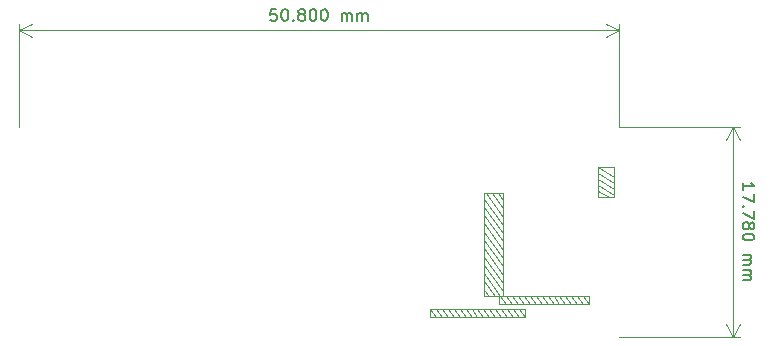
<source format=gbr>
G04 #@! TF.GenerationSoftware,KiCad,Pcbnew,(5.1.4)-1*
G04 #@! TF.CreationDate,2019-12-01T21:56:44-05:00*
G04 #@! TF.ProjectId,Feather-weather-station,46656174-6865-4722-9d77-656174686572,rev?*
G04 #@! TF.SameCoordinates,Original*
G04 #@! TF.FileFunction,Drawing*
%FSLAX46Y46*%
G04 Gerber Fmt 4.6, Leading zero omitted, Abs format (unit mm)*
G04 Created by KiCad (PCBNEW (5.1.4)-1) date 2019-12-01 21:56:44*
%MOMM*%
%LPD*%
G04 APERTURE LIST*
%ADD10C,0.150000*%
%ADD11C,0.120000*%
%ADD12C,0.100000*%
G04 APERTURE END LIST*
D10*
X180548019Y-58849071D02*
X180548019Y-58277642D01*
X180548019Y-58563357D02*
X181548019Y-58563357D01*
X181405161Y-58468119D01*
X181309923Y-58372880D01*
X181262304Y-58277642D01*
X181548019Y-59182404D02*
X181548019Y-59849071D01*
X180548019Y-59420500D01*
X180643257Y-60230023D02*
X180595638Y-60277642D01*
X180548019Y-60230023D01*
X180595638Y-60182404D01*
X180643257Y-60230023D01*
X180548019Y-60230023D01*
X181548019Y-60610976D02*
X181548019Y-61277642D01*
X180548019Y-60849071D01*
X181119447Y-61801452D02*
X181167066Y-61706214D01*
X181214685Y-61658595D01*
X181309923Y-61610976D01*
X181357542Y-61610976D01*
X181452780Y-61658595D01*
X181500400Y-61706214D01*
X181548019Y-61801452D01*
X181548019Y-61991928D01*
X181500400Y-62087166D01*
X181452780Y-62134785D01*
X181357542Y-62182404D01*
X181309923Y-62182404D01*
X181214685Y-62134785D01*
X181167066Y-62087166D01*
X181119447Y-61991928D01*
X181119447Y-61801452D01*
X181071828Y-61706214D01*
X181024209Y-61658595D01*
X180928971Y-61610976D01*
X180738495Y-61610976D01*
X180643257Y-61658595D01*
X180595638Y-61706214D01*
X180548019Y-61801452D01*
X180548019Y-61991928D01*
X180595638Y-62087166D01*
X180643257Y-62134785D01*
X180738495Y-62182404D01*
X180928971Y-62182404D01*
X181024209Y-62134785D01*
X181071828Y-62087166D01*
X181119447Y-61991928D01*
X181548019Y-62801452D02*
X181548019Y-62896690D01*
X181500400Y-62991928D01*
X181452780Y-63039547D01*
X181357542Y-63087166D01*
X181167066Y-63134785D01*
X180928971Y-63134785D01*
X180738495Y-63087166D01*
X180643257Y-63039547D01*
X180595638Y-62991928D01*
X180548019Y-62896690D01*
X180548019Y-62801452D01*
X180595638Y-62706214D01*
X180643257Y-62658595D01*
X180738495Y-62610976D01*
X180928971Y-62563357D01*
X181167066Y-62563357D01*
X181357542Y-62610976D01*
X181452780Y-62658595D01*
X181500400Y-62706214D01*
X181548019Y-62801452D01*
X180548019Y-64325261D02*
X181214685Y-64325261D01*
X181119447Y-64325261D02*
X181167066Y-64372880D01*
X181214685Y-64468119D01*
X181214685Y-64610976D01*
X181167066Y-64706214D01*
X181071828Y-64753833D01*
X180548019Y-64753833D01*
X181071828Y-64753833D02*
X181167066Y-64801452D01*
X181214685Y-64896690D01*
X181214685Y-65039547D01*
X181167066Y-65134785D01*
X181071828Y-65182404D01*
X180548019Y-65182404D01*
X180548019Y-65658595D02*
X181214685Y-65658595D01*
X181119447Y-65658595D02*
X181167066Y-65706214D01*
X181214685Y-65801452D01*
X181214685Y-65944309D01*
X181167066Y-66039547D01*
X181071828Y-66087166D01*
X180548019Y-66087166D01*
X181071828Y-66087166D02*
X181167066Y-66134785D01*
X181214685Y-66230023D01*
X181214685Y-66372880D01*
X181167066Y-66468119D01*
X181071828Y-66515738D01*
X180548019Y-66515738D01*
D11*
X179730400Y-53530500D02*
X179730400Y-71310500D01*
X170091100Y-53530500D02*
X180316821Y-53530500D01*
X170091100Y-71310500D02*
X180316821Y-71310500D01*
X179730400Y-71310500D02*
X179143979Y-70183996D01*
X179730400Y-71310500D02*
X180316821Y-70183996D01*
X179730400Y-53530500D02*
X179143979Y-54657004D01*
X179730400Y-53530500D02*
X180316821Y-54657004D01*
D10*
X141072052Y-43536621D02*
X140595861Y-43536621D01*
X140548242Y-44012812D01*
X140595861Y-43965193D01*
X140691100Y-43917574D01*
X140929195Y-43917574D01*
X141024433Y-43965193D01*
X141072052Y-44012812D01*
X141119671Y-44108050D01*
X141119671Y-44346145D01*
X141072052Y-44441383D01*
X141024433Y-44489002D01*
X140929195Y-44536621D01*
X140691100Y-44536621D01*
X140595861Y-44489002D01*
X140548242Y-44441383D01*
X141738719Y-43536621D02*
X141833957Y-43536621D01*
X141929195Y-43584241D01*
X141976814Y-43631860D01*
X142024433Y-43727098D01*
X142072052Y-43917574D01*
X142072052Y-44155669D01*
X142024433Y-44346145D01*
X141976814Y-44441383D01*
X141929195Y-44489002D01*
X141833957Y-44536621D01*
X141738719Y-44536621D01*
X141643480Y-44489002D01*
X141595861Y-44441383D01*
X141548242Y-44346145D01*
X141500623Y-44155669D01*
X141500623Y-43917574D01*
X141548242Y-43727098D01*
X141595861Y-43631860D01*
X141643480Y-43584241D01*
X141738719Y-43536621D01*
X142500623Y-44441383D02*
X142548242Y-44489002D01*
X142500623Y-44536621D01*
X142453004Y-44489002D01*
X142500623Y-44441383D01*
X142500623Y-44536621D01*
X143119671Y-43965193D02*
X143024433Y-43917574D01*
X142976814Y-43869955D01*
X142929195Y-43774717D01*
X142929195Y-43727098D01*
X142976814Y-43631860D01*
X143024433Y-43584241D01*
X143119671Y-43536621D01*
X143310147Y-43536621D01*
X143405385Y-43584241D01*
X143453004Y-43631860D01*
X143500623Y-43727098D01*
X143500623Y-43774717D01*
X143453004Y-43869955D01*
X143405385Y-43917574D01*
X143310147Y-43965193D01*
X143119671Y-43965193D01*
X143024433Y-44012812D01*
X142976814Y-44060431D01*
X142929195Y-44155669D01*
X142929195Y-44346145D01*
X142976814Y-44441383D01*
X143024433Y-44489002D01*
X143119671Y-44536621D01*
X143310147Y-44536621D01*
X143405385Y-44489002D01*
X143453004Y-44441383D01*
X143500623Y-44346145D01*
X143500623Y-44155669D01*
X143453004Y-44060431D01*
X143405385Y-44012812D01*
X143310147Y-43965193D01*
X144119671Y-43536621D02*
X144214909Y-43536621D01*
X144310147Y-43584241D01*
X144357766Y-43631860D01*
X144405385Y-43727098D01*
X144453004Y-43917574D01*
X144453004Y-44155669D01*
X144405385Y-44346145D01*
X144357766Y-44441383D01*
X144310147Y-44489002D01*
X144214909Y-44536621D01*
X144119671Y-44536621D01*
X144024433Y-44489002D01*
X143976814Y-44441383D01*
X143929195Y-44346145D01*
X143881576Y-44155669D01*
X143881576Y-43917574D01*
X143929195Y-43727098D01*
X143976814Y-43631860D01*
X144024433Y-43584241D01*
X144119671Y-43536621D01*
X145072052Y-43536621D02*
X145167290Y-43536621D01*
X145262528Y-43584241D01*
X145310147Y-43631860D01*
X145357766Y-43727098D01*
X145405385Y-43917574D01*
X145405385Y-44155669D01*
X145357766Y-44346145D01*
X145310147Y-44441383D01*
X145262528Y-44489002D01*
X145167290Y-44536621D01*
X145072052Y-44536621D01*
X144976814Y-44489002D01*
X144929195Y-44441383D01*
X144881576Y-44346145D01*
X144833957Y-44155669D01*
X144833957Y-43917574D01*
X144881576Y-43727098D01*
X144929195Y-43631860D01*
X144976814Y-43584241D01*
X145072052Y-43536621D01*
X146595861Y-44536621D02*
X146595861Y-43869955D01*
X146595861Y-43965193D02*
X146643480Y-43917574D01*
X146738719Y-43869955D01*
X146881576Y-43869955D01*
X146976814Y-43917574D01*
X147024433Y-44012812D01*
X147024433Y-44536621D01*
X147024433Y-44012812D02*
X147072052Y-43917574D01*
X147167290Y-43869955D01*
X147310147Y-43869955D01*
X147405385Y-43917574D01*
X147453004Y-44012812D01*
X147453004Y-44536621D01*
X147929195Y-44536621D02*
X147929195Y-43869955D01*
X147929195Y-43965193D02*
X147976814Y-43917574D01*
X148072052Y-43869955D01*
X148214909Y-43869955D01*
X148310147Y-43917574D01*
X148357766Y-44012812D01*
X148357766Y-44536621D01*
X148357766Y-44012812D02*
X148405385Y-43917574D01*
X148500623Y-43869955D01*
X148643480Y-43869955D01*
X148738719Y-43917574D01*
X148786338Y-44012812D01*
X148786338Y-44536621D01*
D11*
X170091100Y-45354241D02*
X119291100Y-45354241D01*
X170091100Y-53530500D02*
X170091100Y-44767820D01*
X119291100Y-53530500D02*
X119291100Y-44767820D01*
X119291100Y-45354241D02*
X120417604Y-44767820D01*
X119291100Y-45354241D02*
X120417604Y-45940662D01*
X170091100Y-45354241D02*
X168964596Y-44767820D01*
X170091100Y-45354241D02*
X168964596Y-45940662D01*
D12*
X158641200Y-66595500D02*
X159541200Y-67845500D01*
X158641200Y-67295500D02*
X159041200Y-67845500D01*
X158641200Y-65195500D02*
X160241200Y-67420500D01*
X160041200Y-67845500D02*
X158641200Y-65895500D01*
X160541200Y-68545500D02*
X160041200Y-67845500D01*
X160041200Y-68545500D02*
X159941200Y-68395500D01*
X161041200Y-68545500D02*
X160541200Y-67845500D01*
X161541200Y-68545500D02*
X161041200Y-67845500D01*
X162041200Y-68545500D02*
X161541200Y-67845500D01*
X162541200Y-68545500D02*
X162041200Y-67845500D01*
X163041200Y-68545500D02*
X162541200Y-67845500D01*
X163541200Y-68545500D02*
X163041200Y-67845500D01*
X164041200Y-68545500D02*
X163541200Y-67845500D01*
X164541200Y-68545500D02*
X164041200Y-67845500D01*
X165041200Y-68545500D02*
X164541200Y-67845500D01*
X165541200Y-68545500D02*
X165041200Y-67845500D01*
X166041200Y-68545500D02*
X165541200Y-67845500D01*
X166541200Y-68545500D02*
X166041200Y-67845500D01*
X167041200Y-68545500D02*
X166541200Y-67845500D01*
X167541200Y-68545500D02*
X167041200Y-67845500D01*
X161591200Y-68895500D02*
X162091200Y-69645500D01*
X161091200Y-68895500D02*
X161591200Y-69645500D01*
X160591200Y-68895500D02*
X161091200Y-69645500D01*
X160091200Y-68895500D02*
X160591200Y-69645500D01*
X159591200Y-68895500D02*
X160091200Y-69645500D01*
X159091200Y-68895500D02*
X159591200Y-69645500D01*
X158591200Y-68895500D02*
X159091200Y-69645500D01*
X158091200Y-68895500D02*
X158591200Y-69645500D01*
X157591200Y-68895500D02*
X158091200Y-69645500D01*
X157091200Y-68895500D02*
X157591200Y-69645500D01*
X156591200Y-68895500D02*
X157091200Y-69645500D01*
X156091200Y-68895500D02*
X156591200Y-69645500D01*
X155591200Y-68895500D02*
X156091200Y-69645500D01*
X155091200Y-68895500D02*
X155591200Y-69645500D01*
X154591200Y-68895500D02*
X155091200Y-69645500D01*
X154091200Y-68895500D02*
X154591200Y-69645500D01*
X168341200Y-58945500D02*
X169241200Y-59495500D01*
X168341200Y-58445500D02*
X169691200Y-59245500D01*
X168341200Y-57945500D02*
X169691200Y-58745500D01*
X168341200Y-57445500D02*
X169691200Y-58245500D01*
X168341200Y-56945500D02*
X169691200Y-57745500D01*
X162141200Y-69645500D02*
X154091200Y-69645500D01*
X162141200Y-68895500D02*
X162141200Y-69645500D01*
X154091200Y-68895500D02*
X162141200Y-68895500D01*
X154091200Y-69645500D02*
X154091200Y-68895500D01*
X167541200Y-68545500D02*
X159941200Y-68545500D01*
X167541200Y-67845500D02*
X167541200Y-68545500D01*
X158641200Y-67845500D02*
X167541200Y-67845500D01*
X159941200Y-68545500D02*
X159941200Y-67845500D01*
X169691200Y-59495500D02*
X168341200Y-59495500D01*
X169691200Y-56945500D02*
X169691200Y-59495500D01*
X168341200Y-56945500D02*
X169691200Y-56945500D01*
X168341200Y-59495500D02*
X168341200Y-56945500D01*
X160241200Y-59145500D02*
X160241200Y-67845500D01*
X158641200Y-59145500D02*
X160241200Y-59145500D01*
X158641200Y-67845500D02*
X158641200Y-59145500D01*
X158641200Y-64495500D02*
X160241200Y-66720500D01*
X158641200Y-63795500D02*
X160241200Y-66020500D01*
X158641200Y-63095500D02*
X160241200Y-65320500D01*
X158641200Y-62395500D02*
X160241200Y-64620500D01*
X158641200Y-61695500D02*
X160241200Y-63920500D01*
X158641200Y-60995500D02*
X160241200Y-63220500D01*
X158641200Y-60295500D02*
X160241200Y-62520500D01*
X158641200Y-59595500D02*
X160241200Y-61820500D01*
X158841200Y-59145500D02*
X160241200Y-61120500D01*
X159341200Y-59145500D02*
X160241200Y-60420500D01*
X159841200Y-59145500D02*
X160241200Y-59720500D01*
M02*

</source>
